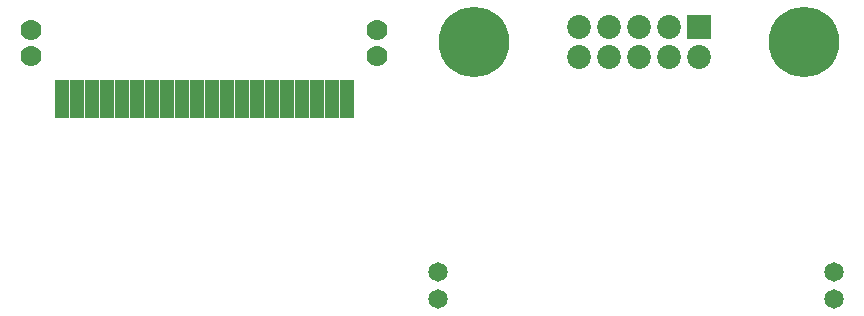
<source format=gbs>
G04 #@! TF.FileFunction,Soldermask,Bot*
%FSLAX46Y46*%
G04 Gerber Fmt 4.6, Leading zero omitted, Abs format (unit mm)*
G04 Created by KiCad (PCBNEW 4.0.6) date Tuesday, May 23, 2017 'AMt' 09:33:37 AM*
%MOMM*%
%LPD*%
G01*
G04 APERTURE LIST*
%ADD10C,0.150000*%
%ADD11C,5.968000*%
%ADD12R,2.028000X2.028000*%
%ADD13C,2.028000*%
%ADD14C,1.651000*%
%ADD15R,1.244600X1.651000*%
%ADD16C,1.778000*%
G04 APERTURE END LIST*
D10*
D11*
X95250000Y-40640000D03*
X67310000Y-40640000D03*
D12*
X86360000Y-39370000D03*
D13*
X86360000Y-41910000D03*
X83820000Y-39370000D03*
X83820000Y-41910000D03*
X81280000Y-39370000D03*
X81280000Y-41910000D03*
X78740000Y-39370000D03*
X78740000Y-41910000D03*
X76200000Y-39370000D03*
X76200000Y-41910000D03*
D14*
X97764000Y-62357000D03*
X64236000Y-62357000D03*
X97764000Y-60096400D03*
X64236000Y-60096400D03*
D15*
X32385000Y-44678600D03*
X32385000Y-46202600D03*
X33655000Y-44678600D03*
X33655000Y-46202600D03*
X34925000Y-44678600D03*
X34925000Y-46202600D03*
X36195000Y-44678600D03*
X36195000Y-46202600D03*
X37465000Y-44678600D03*
X37465000Y-46202600D03*
X38735000Y-44678600D03*
X38735000Y-46202600D03*
X40005000Y-44678600D03*
X40005000Y-46202600D03*
X41275000Y-44678600D03*
X41275000Y-46202600D03*
X42545000Y-44678600D03*
X42545000Y-46202600D03*
X43815000Y-44678600D03*
X43815000Y-46202600D03*
X45085000Y-44678600D03*
X45085000Y-46202600D03*
X46355000Y-44678600D03*
X46355000Y-46202600D03*
X47625000Y-44678600D03*
X47625000Y-46202600D03*
X48895000Y-44678600D03*
X48895000Y-46202600D03*
X50165000Y-44678600D03*
X50165000Y-46202600D03*
X51435000Y-44678600D03*
X51435000Y-46202600D03*
X52705000Y-44678600D03*
X52705000Y-46202600D03*
X53975000Y-44678600D03*
X53975000Y-46202600D03*
X55245000Y-44678600D03*
X55245000Y-46202600D03*
X56515000Y-44678600D03*
X56515000Y-46202600D03*
D16*
X29794200Y-39573200D03*
X59105800Y-39573200D03*
X29794200Y-41833800D03*
X59105800Y-41833800D03*
M02*

</source>
